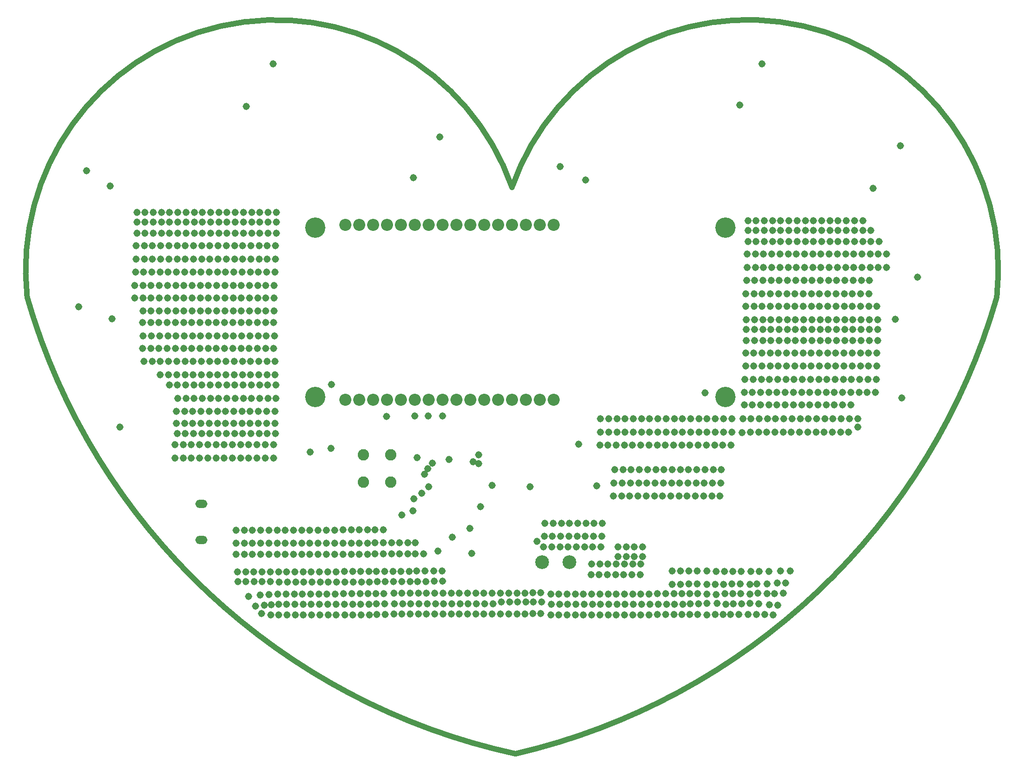
<source format=gbr>
%TF.GenerationSoftware,Altium Limited,Altium Designer,24.6.1 (21)*%
G04 Layer_Physical_Order=3*
G04 Layer_Color=128*
%FSLAX45Y45*%
%MOMM*%
%TF.SameCoordinates,D6E34864-ACFE-43FA-A01B-F9739AC3D18D*%
%TF.FilePolarity,Negative*%
%TF.FileFunction,Copper,L3,Inr,Plane*%
%TF.Part,Single*%
G01*
G75*
%TA.AperFunction,NonConductor*%
%ADD43C,1.01600*%
%TA.AperFunction,ComponentPad*%
%ADD44C,3.71600*%
%ADD45C,2.21600*%
%ADD46O,2.21600X1.51600*%
%ADD47C,2.08280*%
%ADD48C,2.51600*%
%TA.AperFunction,ViaPad*%
%ADD49C,1.31600*%
D43*
X-64290Y10362410D02*
G03*
X-8932157Y8353912I-4319270J-1510509D01*
G01*
X8801962Y8355619D02*
G03*
X-65904Y10364117I-4548597J497989D01*
G01*
X-790Y-790D02*
G03*
X8801962Y8355619I-2699728J11658602D01*
G01*
X-8932157Y8353912D02*
G03*
X-790Y-790I11463346J3303310D01*
G01*
X-65905Y10364117D02*
X-64290Y10362410D01*
D44*
X3834610Y9627010D02*
D03*
X-3665390D02*
D03*
X3834610Y6527010D02*
D03*
X-3665390D02*
D03*
D45*
X694610Y6477010D02*
D03*
X440610D02*
D03*
X186610D02*
D03*
X-67390D02*
D03*
X-321390D02*
D03*
X-575390D02*
D03*
X-829390D02*
D03*
X-1083390D02*
D03*
X-1337390D02*
D03*
X-1591390D02*
D03*
X-1845390D02*
D03*
X-2099390D02*
D03*
X-2353390D02*
D03*
X-2607390D02*
D03*
X-2861390D02*
D03*
X-3115390D02*
D03*
X694610Y9677010D02*
D03*
X440610D02*
D03*
X186610D02*
D03*
X-67390D02*
D03*
X-321390D02*
D03*
X-575390D02*
D03*
X-829390D02*
D03*
X-1083390D02*
D03*
X-1337390D02*
D03*
X-1591390D02*
D03*
X-1845390D02*
D03*
X-2099390D02*
D03*
X-2353390D02*
D03*
X-2607390D02*
D03*
X-2861390D02*
D03*
X-3115390D02*
D03*
D46*
X-5746190Y4571010D02*
D03*
Y3911010D02*
D03*
D47*
X-2786790Y4972911D02*
D03*
X-2286790D02*
D03*
Y5472910D02*
D03*
X-2786790D02*
D03*
D48*
X481810Y3504410D02*
D03*
X981810D02*
D03*
D49*
X-1713825Y4764748D02*
D03*
X-1856100Y4668857D02*
D03*
X-431800Y4914900D02*
D03*
X-802790Y3664767D02*
D03*
X393700Y3886200D02*
D03*
X-1423190Y3707610D02*
D03*
X-2083590Y4368010D02*
D03*
X2023847Y3610428D02*
D03*
X2173847D02*
D03*
X2323847D02*
D03*
X1869959Y3609972D02*
D03*
Y3787772D02*
D03*
X2323847Y3788228D02*
D03*
X2173847D02*
D03*
X2023847D02*
D03*
X2279179Y3278421D02*
D03*
X2129179D02*
D03*
X1979179D02*
D03*
X1829179D02*
D03*
X1679179D02*
D03*
X1529179D02*
D03*
X1379179D02*
D03*
X1391879Y3468921D02*
D03*
X1541879D02*
D03*
X1691879D02*
D03*
X1841879D02*
D03*
X1991879D02*
D03*
X2141879D02*
D03*
X2291879D02*
D03*
X512173Y3787776D02*
D03*
X662173D02*
D03*
X812173D02*
D03*
X962173D02*
D03*
X1112173D02*
D03*
X1262173D02*
D03*
X1412173D02*
D03*
X1562173D02*
D03*
X524873Y3978276D02*
D03*
X674873D02*
D03*
X824873D02*
D03*
X974873D02*
D03*
X1124873D02*
D03*
X1274873D02*
D03*
X1424873D02*
D03*
X1574873D02*
D03*
X537573Y4219576D02*
D03*
X687573D02*
D03*
X837573D02*
D03*
X987573D02*
D03*
X1137573D02*
D03*
X1287573D02*
D03*
X1437573D02*
D03*
X1587573D02*
D03*
X4708951Y2540619D02*
D03*
X5026451Y3340719D02*
D03*
X4797851Y2718419D02*
D03*
X4899451Y2934319D02*
D03*
X4937551Y3124819D02*
D03*
X4456344Y3338381D02*
D03*
X4637456Y3337926D02*
D03*
X4303701Y3336655D02*
D03*
X3972589Y3337111D02*
D03*
X4122589D02*
D03*
X3818701Y3336655D02*
D03*
X3668701D02*
D03*
X4445658Y2746678D02*
D03*
X4416835Y3109717D02*
D03*
X4597947Y3109261D02*
D03*
Y2931461D02*
D03*
X4432958Y2937178D02*
D03*
X4121254Y2930871D02*
D03*
X3971254D02*
D03*
X3670932Y2912910D02*
D03*
X3833632Y2925610D02*
D03*
X4286244Y2925154D02*
D03*
Y3102954D02*
D03*
X3955132Y3103410D02*
D03*
X4105132D02*
D03*
X3801244Y3102954D02*
D03*
X3651244D02*
D03*
X3846332Y2735110D02*
D03*
X3683632Y2747810D02*
D03*
X3983954Y2740371D02*
D03*
X4133954D02*
D03*
X4288732Y2750312D02*
D03*
X3501332D02*
D03*
X4847532Y3343308D02*
D03*
X4787110Y3123410D02*
D03*
X4736310Y2932910D02*
D03*
X4644332Y2724912D02*
D03*
X4555432Y2547112D02*
D03*
X4403032D02*
D03*
X4085642Y2552829D02*
D03*
X3935642D02*
D03*
X3648020Y2547568D02*
D03*
X3798020D02*
D03*
X4250632Y2547112D02*
D03*
X-4598190Y2717010D02*
D03*
X-4469933Y2728897D02*
D03*
X-4483333Y3148236D02*
D03*
X-4633333D02*
D03*
X-4783333D02*
D03*
X-4933333D02*
D03*
X-4508733Y2915732D02*
D03*
X-4671433Y2903032D02*
D03*
X-2393846Y2740371D02*
D03*
X-2543846D02*
D03*
X-3131468Y2735110D02*
D03*
X-2981468D02*
D03*
X-2831468D02*
D03*
X-2681468D02*
D03*
X-3285356Y2734654D02*
D03*
X-3435356D02*
D03*
X-3585356D02*
D03*
X-3735356D02*
D03*
X-3885356D02*
D03*
X-4035356D02*
D03*
X-4185356D02*
D03*
X-4335356D02*
D03*
X476354Y2778471D02*
D03*
X326354D02*
D03*
X-261268Y2773210D02*
D03*
X-111268D02*
D03*
X38732D02*
D03*
X188732D02*
D03*
X-415156Y2747354D02*
D03*
X-565156D02*
D03*
X-715156D02*
D03*
X-865156D02*
D03*
X-1015156D02*
D03*
X-1165156D02*
D03*
X-1315156D02*
D03*
X-1465156D02*
D03*
X-1615156D02*
D03*
X-1765156D02*
D03*
X-1915156D02*
D03*
X-2065156D02*
D03*
X-2215156D02*
D03*
X3346554Y2740371D02*
D03*
X3196554D02*
D03*
X2608932Y2735110D02*
D03*
X2758932D02*
D03*
X2908932D02*
D03*
X3058932D02*
D03*
X2455044Y2734654D02*
D03*
X2305044D02*
D03*
X2155044D02*
D03*
X2005044D02*
D03*
X1855044D02*
D03*
X1705044D02*
D03*
X1555044D02*
D03*
X1405044D02*
D03*
X1255044D02*
D03*
X1105044D02*
D03*
X955044D02*
D03*
X805044D02*
D03*
X655044D02*
D03*
X-4476202Y2539414D02*
D03*
X-4641302Y2564814D02*
D03*
X-4755602Y2704514D02*
D03*
X-4882602Y2882314D02*
D03*
X-5077006Y3149014D02*
D03*
X-1483526Y3156843D02*
D03*
X-1333526D02*
D03*
X-1496226Y3347343D02*
D03*
X-1346226D02*
D03*
X-1969429Y3858936D02*
D03*
X-2119429D02*
D03*
X-2269429D02*
D03*
X-1831807Y3864197D02*
D03*
X-1681807Y3660997D02*
D03*
X-1831807D02*
D03*
X-1656407Y3343497D02*
D03*
X-1806407D02*
D03*
X-2244029Y3338236D02*
D03*
X-2094029D02*
D03*
X-1944029D02*
D03*
X-2269429Y3655736D02*
D03*
X-2119429D02*
D03*
X-1969429D02*
D03*
X-1643707Y3152997D02*
D03*
X-1793707D02*
D03*
X-2231329Y3147736D02*
D03*
X-2081329D02*
D03*
X-1931329D02*
D03*
X-2387781Y2547815D02*
D03*
X-2537781D02*
D03*
X-3125404Y2542553D02*
D03*
X-2975404D02*
D03*
X-2825404D02*
D03*
X-2675404D02*
D03*
X-3279292Y2542098D02*
D03*
X-3429292D02*
D03*
X-3579292D02*
D03*
X-3729292D02*
D03*
X-3879292D02*
D03*
X-4029292D02*
D03*
X-4179292D02*
D03*
X-4329292D02*
D03*
X2863844Y3102954D02*
D03*
X3013844D02*
D03*
X2863844Y3344254D02*
D03*
X3013844D02*
D03*
X3317732Y3344710D02*
D03*
X3167732D02*
D03*
X3317732Y3103410D02*
D03*
X3167732D02*
D03*
X3498844Y3344254D02*
D03*
Y3102954D02*
D03*
Y2925154D02*
D03*
Y2544154D02*
D03*
X642344D02*
D03*
X792344D02*
D03*
X942344D02*
D03*
X1092344D02*
D03*
X1242344D02*
D03*
X1392344D02*
D03*
X1542344D02*
D03*
X1692344D02*
D03*
X1842344D02*
D03*
X1992344D02*
D03*
X2142344D02*
D03*
X2292344D02*
D03*
X2442344D02*
D03*
X642344Y2925154D02*
D03*
X792344D02*
D03*
X942344D02*
D03*
X1092344D02*
D03*
X1242344D02*
D03*
X1392344D02*
D03*
X1542344D02*
D03*
X1692344D02*
D03*
X1842344D02*
D03*
X1992344D02*
D03*
X2142344D02*
D03*
X2292344D02*
D03*
X2442344D02*
D03*
X3046232Y2925610D02*
D03*
X2896232D02*
D03*
X2746232D02*
D03*
X2596232D02*
D03*
X3046232Y2544610D02*
D03*
X2896232D02*
D03*
X2746232D02*
D03*
X2596232D02*
D03*
X3183854Y2549871D02*
D03*
X3333854D02*
D03*
X3183854Y2930871D02*
D03*
X3333854D02*
D03*
X-2227856Y2556854D02*
D03*
X-2077856D02*
D03*
X-1927856D02*
D03*
X-1777856D02*
D03*
X-1627856D02*
D03*
X-1477856D02*
D03*
X-1327856D02*
D03*
X-1177856D02*
D03*
X-1027856D02*
D03*
X-877856D02*
D03*
X-727856D02*
D03*
X-577856D02*
D03*
X-427856D02*
D03*
X-2227856Y2937854D02*
D03*
X-2077856D02*
D03*
X-1927856D02*
D03*
X-1777856D02*
D03*
X-1627856D02*
D03*
X-1477856D02*
D03*
X-1327856D02*
D03*
X-1177856D02*
D03*
X-1027856D02*
D03*
X-877856D02*
D03*
X-727856D02*
D03*
X-577856D02*
D03*
X-427856D02*
D03*
X176032Y2938310D02*
D03*
X26032D02*
D03*
X-123968D02*
D03*
X-273968D02*
D03*
X176032Y2557310D02*
D03*
X26032D02*
D03*
X-123968D02*
D03*
X-273968D02*
D03*
X313654Y2562571D02*
D03*
X463654D02*
D03*
X313654Y2943571D02*
D03*
X463654D02*
D03*
X-4348056Y2925154D02*
D03*
X-4198056D02*
D03*
X-4048056D02*
D03*
X-3898056D02*
D03*
X-3748056D02*
D03*
X-3598056D02*
D03*
X-3448056D02*
D03*
X-3298056D02*
D03*
X-4322656Y3141054D02*
D03*
X-4172656D02*
D03*
X-4022656D02*
D03*
X-3872656D02*
D03*
X-3722656D02*
D03*
X-3572656D02*
D03*
X-3422656D02*
D03*
X-3272656D02*
D03*
X-2668768Y3141510D02*
D03*
X-2818768D02*
D03*
X-2968768D02*
D03*
X-3118768D02*
D03*
X-2694168Y2925610D02*
D03*
X-2844168D02*
D03*
X-2994168D02*
D03*
X-3144168D02*
D03*
X-2556546Y2930871D02*
D03*
X-2406546D02*
D03*
X-2531146Y3146771D02*
D03*
X-2381146D02*
D03*
X-5085356Y3331554D02*
D03*
X-4935356D02*
D03*
X-4785356D02*
D03*
X-4635356D02*
D03*
X-4485356D02*
D03*
X-4335356D02*
D03*
X-4185356D02*
D03*
X-4035356D02*
D03*
X-3885356D02*
D03*
X-3735356D02*
D03*
X-3585356D02*
D03*
X-3435356D02*
D03*
X-3285356D02*
D03*
X-5110756Y3649054D02*
D03*
X-4960756D02*
D03*
X-4810756D02*
D03*
X-4660756D02*
D03*
X-4510756D02*
D03*
X-4360756D02*
D03*
X-4210756D02*
D03*
X-4060756D02*
D03*
X-3910756D02*
D03*
X-3760756D02*
D03*
X-3610756D02*
D03*
X-3460756D02*
D03*
X-3310756D02*
D03*
X-2706868Y3649510D02*
D03*
X-2856868D02*
D03*
X-3006868D02*
D03*
X-3156868D02*
D03*
X-2681468Y3332010D02*
D03*
X-2831468D02*
D03*
X-2981468D02*
D03*
X-3131468D02*
D03*
X-2543846Y3337271D02*
D03*
X-2393846D02*
D03*
X-2569246Y3654771D02*
D03*
X-2419246D02*
D03*
Y4099271D02*
D03*
X-2569246D02*
D03*
X-2419246Y3857971D02*
D03*
X-2569246D02*
D03*
X-3156868Y3852710D02*
D03*
X-3006868D02*
D03*
X-2856868D02*
D03*
X-2706868D02*
D03*
X-3156868Y4094010D02*
D03*
X-3006868D02*
D03*
X-2856868D02*
D03*
X-2706868D02*
D03*
X-3310756Y4093554D02*
D03*
X-3460756D02*
D03*
X-3610756D02*
D03*
X-3760756D02*
D03*
X-3910756D02*
D03*
X-4060756D02*
D03*
X-4210756D02*
D03*
X-4360756D02*
D03*
X-4510756D02*
D03*
X-4660756D02*
D03*
X-4810756D02*
D03*
X-4960756D02*
D03*
X-5110756D02*
D03*
X-3310756Y3852254D02*
D03*
X-3460756D02*
D03*
X-3610756D02*
D03*
X-3760756D02*
D03*
X-3910756D02*
D03*
X-4060756D02*
D03*
X-4210756D02*
D03*
X-4360756D02*
D03*
X-4510756D02*
D03*
X-4660756D02*
D03*
X-4810756D02*
D03*
X-4960756D02*
D03*
X-5110756D02*
D03*
X4293776Y5886029D02*
D03*
X4443776D02*
D03*
X4593776D02*
D03*
X4743776D02*
D03*
X4893776D02*
D03*
X5043776D02*
D03*
X5193776D02*
D03*
X5343776D02*
D03*
X5493776D02*
D03*
X5643776D02*
D03*
X5793776D02*
D03*
X5943776D02*
D03*
X6093776D02*
D03*
X4156476Y6127329D02*
D03*
X4306476D02*
D03*
X4456476D02*
D03*
X4606476D02*
D03*
X4756476D02*
D03*
X4906476D02*
D03*
X5056476D02*
D03*
X5206476D02*
D03*
X5356476D02*
D03*
X5506476D02*
D03*
X5656476D02*
D03*
X5806476D02*
D03*
X5956476D02*
D03*
X6106476D02*
D03*
X6256476D02*
D03*
X4139410Y5879310D02*
D03*
X3764773Y5197476D02*
D03*
X3614773D02*
D03*
X3464773D02*
D03*
X3314773D02*
D03*
X3164773D02*
D03*
X3014773D02*
D03*
X2864773D02*
D03*
X2714773D02*
D03*
X2564773D02*
D03*
X2414773D02*
D03*
X2264773D02*
D03*
X2114773D02*
D03*
X1964773D02*
D03*
X1814773D02*
D03*
X3752073Y4956176D02*
D03*
X3602073D02*
D03*
X3452073D02*
D03*
X3302073D02*
D03*
X3152073D02*
D03*
X3002073D02*
D03*
X2852073D02*
D03*
X2702073D02*
D03*
X2552073D02*
D03*
X2402073D02*
D03*
X2252073D02*
D03*
X2102073D02*
D03*
X1952073D02*
D03*
X1802073D02*
D03*
X3739373Y4714876D02*
D03*
X3589373D02*
D03*
X3439373D02*
D03*
X3289373D02*
D03*
X3139373D02*
D03*
X2989373D02*
D03*
X2839373D02*
D03*
X2689373D02*
D03*
X2539373D02*
D03*
X2389373D02*
D03*
X2239373D02*
D03*
X2089373D02*
D03*
X1939373D02*
D03*
X1789373D02*
D03*
X1540276Y5644729D02*
D03*
X1690276D02*
D03*
X1840276D02*
D03*
X1990276D02*
D03*
X2140276D02*
D03*
X2290276D02*
D03*
X2440276D02*
D03*
X2590276D02*
D03*
X2740276D02*
D03*
X2890276D02*
D03*
X3040276D02*
D03*
X3190276D02*
D03*
X3340276D02*
D03*
X3490276D02*
D03*
X3640276D02*
D03*
X3790276D02*
D03*
X3940276D02*
D03*
X1552976Y5886029D02*
D03*
X1702976D02*
D03*
X1852976D02*
D03*
X2002976D02*
D03*
X2152976D02*
D03*
X2302976D02*
D03*
X2452976D02*
D03*
X2602976D02*
D03*
X2752976D02*
D03*
X2902976D02*
D03*
X3052976D02*
D03*
X3202976D02*
D03*
X3352976D02*
D03*
X3502976D02*
D03*
X3652976D02*
D03*
X3802976D02*
D03*
X3952976D02*
D03*
X1552976Y6127329D02*
D03*
X1702976D02*
D03*
X1852976D02*
D03*
X2002976D02*
D03*
X2152976D02*
D03*
X2302976D02*
D03*
X2452976D02*
D03*
X2602976D02*
D03*
X2752976D02*
D03*
X2902976D02*
D03*
X3052976D02*
D03*
X3202976D02*
D03*
X3352976D02*
D03*
X3502976D02*
D03*
X3652976D02*
D03*
X3802976D02*
D03*
X3952976D02*
D03*
X4219976Y7943429D02*
D03*
X4369976D02*
D03*
X4519976D02*
D03*
X4669976D02*
D03*
X4819976D02*
D03*
X4969976D02*
D03*
X5119976D02*
D03*
X5269976D02*
D03*
X5419976D02*
D03*
X5569976D02*
D03*
X5719976D02*
D03*
X5869976D02*
D03*
X6019976D02*
D03*
X6169976D02*
D03*
X6319976D02*
D03*
X6469976D02*
D03*
X6619976D02*
D03*
Y7765629D02*
D03*
X6469976D02*
D03*
X6319976D02*
D03*
X6169976D02*
D03*
X6019976D02*
D03*
X5869976D02*
D03*
X5719976D02*
D03*
X5569976D02*
D03*
X5419976D02*
D03*
X5269976D02*
D03*
X5119976D02*
D03*
X4969976D02*
D03*
X4819976D02*
D03*
X4669976D02*
D03*
X4519976D02*
D03*
X4369976D02*
D03*
X4219976D02*
D03*
X6619976Y7562429D02*
D03*
X6469976D02*
D03*
X6319976D02*
D03*
X6169976D02*
D03*
X6019976D02*
D03*
X5869976D02*
D03*
X5719976D02*
D03*
X5569976D02*
D03*
X5419976D02*
D03*
X5269976D02*
D03*
X5119976D02*
D03*
X4969976D02*
D03*
X4819976D02*
D03*
X4669976D02*
D03*
X4519976D02*
D03*
X4369976D02*
D03*
X4219976D02*
D03*
X6607276Y7333829D02*
D03*
X6457276D02*
D03*
X6307276D02*
D03*
X6157276D02*
D03*
X6007276D02*
D03*
X5857276D02*
D03*
X5707276D02*
D03*
X5557276D02*
D03*
X5407276D02*
D03*
X5257276D02*
D03*
X5107276D02*
D03*
X4957276D02*
D03*
X4807276D02*
D03*
X4657276D02*
D03*
X4507276D02*
D03*
X4357276D02*
D03*
X4207276D02*
D03*
X6607276Y7092529D02*
D03*
X6457276D02*
D03*
X6307276D02*
D03*
X6157276D02*
D03*
X6007276D02*
D03*
X5857276D02*
D03*
X5707276D02*
D03*
X5557276D02*
D03*
X5407276D02*
D03*
X5257276D02*
D03*
X5107276D02*
D03*
X4957276D02*
D03*
X4807276D02*
D03*
X4657276D02*
D03*
X4507276D02*
D03*
X4357276D02*
D03*
X4207276D02*
D03*
X6594576Y6851229D02*
D03*
X6444576D02*
D03*
X6294576D02*
D03*
X6144576D02*
D03*
X5994576D02*
D03*
X5844576D02*
D03*
X5694576D02*
D03*
X5544576D02*
D03*
X5394576D02*
D03*
X5244576D02*
D03*
X5094576D02*
D03*
X4944576D02*
D03*
X4794576D02*
D03*
X4644576D02*
D03*
X4494576D02*
D03*
X4344576D02*
D03*
X4194576D02*
D03*
X6581876Y6609929D02*
D03*
X6431876D02*
D03*
X6281876D02*
D03*
X6131876D02*
D03*
X5981876D02*
D03*
X5831876D02*
D03*
X5681876D02*
D03*
X5531876D02*
D03*
X5381876D02*
D03*
X5231876D02*
D03*
X5081876D02*
D03*
X4931876D02*
D03*
X4781876D02*
D03*
X4631876D02*
D03*
X4481876D02*
D03*
X4331876D02*
D03*
X4181876D02*
D03*
X6131876Y6381329D02*
D03*
X5981876D02*
D03*
X5831876D02*
D03*
X5681876D02*
D03*
X5531876D02*
D03*
X5381876D02*
D03*
X5231876D02*
D03*
X5081876D02*
D03*
X4931876D02*
D03*
X4781876D02*
D03*
X4631876D02*
D03*
X4481876D02*
D03*
X4331876D02*
D03*
X4181876D02*
D03*
X4249210Y9752810D02*
D03*
X4399210D02*
D03*
X4549210D02*
D03*
X4699210D02*
D03*
X4849210D02*
D03*
X4999210D02*
D03*
X5149210D02*
D03*
X5299210D02*
D03*
X5449210D02*
D03*
X5599210D02*
D03*
X5749210D02*
D03*
X5899210D02*
D03*
X6049210D02*
D03*
X6199210D02*
D03*
X6349210D02*
D03*
X6499210Y9575010D02*
D03*
X6349210D02*
D03*
X6199210D02*
D03*
X6049210D02*
D03*
X5899210D02*
D03*
X5749210D02*
D03*
X5599210D02*
D03*
X5449210D02*
D03*
X5299210D02*
D03*
X5149210D02*
D03*
X4999210D02*
D03*
X4849210D02*
D03*
X4699210D02*
D03*
X4549210D02*
D03*
X4399210D02*
D03*
X4249210D02*
D03*
X6649210Y9371810D02*
D03*
X6499210D02*
D03*
X6349210D02*
D03*
X6199210D02*
D03*
X6049210D02*
D03*
X5899210D02*
D03*
X5749210D02*
D03*
X5599210D02*
D03*
X5449210D02*
D03*
X5299210D02*
D03*
X5149210D02*
D03*
X4999210D02*
D03*
X4849210D02*
D03*
X4699210D02*
D03*
X4549210D02*
D03*
X4399210D02*
D03*
X4249210D02*
D03*
X6786510Y9143210D02*
D03*
X6636510D02*
D03*
X6486510D02*
D03*
X6336510D02*
D03*
X6186510D02*
D03*
X6036510D02*
D03*
X5886510D02*
D03*
X5736510D02*
D03*
X5586510D02*
D03*
X5436510D02*
D03*
X5286510D02*
D03*
X5136510D02*
D03*
X4986510D02*
D03*
X4836510D02*
D03*
X4686510D02*
D03*
X4536510D02*
D03*
X4386510D02*
D03*
X4236510D02*
D03*
X6786510Y8901910D02*
D03*
X6636510D02*
D03*
X6486510D02*
D03*
X6336510D02*
D03*
X6186510D02*
D03*
X6036510D02*
D03*
X5886510D02*
D03*
X5736510D02*
D03*
X5586510D02*
D03*
X5436510D02*
D03*
X5286510D02*
D03*
X5136510D02*
D03*
X4986510D02*
D03*
X4836510D02*
D03*
X4686510D02*
D03*
X4536510D02*
D03*
X4386510D02*
D03*
X4236510D02*
D03*
X6473810Y8660610D02*
D03*
X6323810D02*
D03*
X6173810D02*
D03*
X6023810D02*
D03*
X5873810D02*
D03*
X5723810D02*
D03*
X5573810D02*
D03*
X5423810D02*
D03*
X5273810D02*
D03*
X5123810D02*
D03*
X4973810D02*
D03*
X4823810D02*
D03*
X4673810D02*
D03*
X4523810D02*
D03*
X4373810D02*
D03*
X4223810D02*
D03*
X6461110Y8419310D02*
D03*
X6311110D02*
D03*
X6161110D02*
D03*
X6011110D02*
D03*
X5861110D02*
D03*
X5711110D02*
D03*
X5561110D02*
D03*
X5411110D02*
D03*
X5261110D02*
D03*
X5111110D02*
D03*
X4961110D02*
D03*
X4811110D02*
D03*
X4661110D02*
D03*
X4511110D02*
D03*
X4361110D02*
D03*
X4211110D02*
D03*
X6611110Y8190710D02*
D03*
X6461110D02*
D03*
X6311110D02*
D03*
X6161110D02*
D03*
X6011110D02*
D03*
X5861110D02*
D03*
X5711110D02*
D03*
X5561110D02*
D03*
X5411110D02*
D03*
X5261110D02*
D03*
X5111110D02*
D03*
X4961110D02*
D03*
X4811110D02*
D03*
X4661110D02*
D03*
X4511110D02*
D03*
X4361110D02*
D03*
X4211110D02*
D03*
X-6228356Y5414354D02*
D03*
X-6078356D02*
D03*
X-5928356D02*
D03*
X-5778356D02*
D03*
X-5628356D02*
D03*
X-5478356D02*
D03*
X-5328356D02*
D03*
X-5178356D02*
D03*
X-5028356D02*
D03*
X-4878356D02*
D03*
X-4728356D02*
D03*
X-4578356D02*
D03*
X-4428356D02*
D03*
X-6228356Y5655654D02*
D03*
X-6078356D02*
D03*
X-5928356D02*
D03*
X-5778356D02*
D03*
X-5628356D02*
D03*
X-5478356D02*
D03*
X-5328356D02*
D03*
X-5178356D02*
D03*
X-5028356D02*
D03*
X-4878356D02*
D03*
X-4728356D02*
D03*
X-4578356D02*
D03*
X-4428356D02*
D03*
X-6190256Y5858854D02*
D03*
X-6040256D02*
D03*
X-5890256D02*
D03*
X-5740256D02*
D03*
X-5590256D02*
D03*
X-5440256D02*
D03*
X-5290256D02*
D03*
X-5140256D02*
D03*
X-4990256D02*
D03*
X-4840256D02*
D03*
X-4690256D02*
D03*
X-4540256D02*
D03*
X-4390256D02*
D03*
X-6202956Y6049354D02*
D03*
X-6052956D02*
D03*
X-5902956D02*
D03*
X-5752956D02*
D03*
X-5602956D02*
D03*
X-5452956D02*
D03*
X-5302956D02*
D03*
X-5152956D02*
D03*
X-5002956D02*
D03*
X-4852956D02*
D03*
X-4702956D02*
D03*
X-4552956D02*
D03*
X-4402956D02*
D03*
X-6202956Y6265254D02*
D03*
X-6052956D02*
D03*
X-5902956D02*
D03*
X-5752956D02*
D03*
X-5602956D02*
D03*
X-5452956D02*
D03*
X-5302956D02*
D03*
X-5152956D02*
D03*
X-5002956D02*
D03*
X-4852956D02*
D03*
X-4702956D02*
D03*
X-4552956D02*
D03*
X-4402956D02*
D03*
X-4378758Y6504949D02*
D03*
X-4528758D02*
D03*
X-4678758D02*
D03*
X-4828758D02*
D03*
X-4978758D02*
D03*
X-5128758D02*
D03*
X-5278758D02*
D03*
X-5428758D02*
D03*
X-5578758D02*
D03*
X-5728758D02*
D03*
X-5878758D02*
D03*
X-6028758D02*
D03*
X-6178758D02*
D03*
X-6333307Y6746827D02*
D03*
X-6183307D02*
D03*
X-6033307D02*
D03*
X-5883307D02*
D03*
X-5733307D02*
D03*
X-5583307D02*
D03*
X-5433307D02*
D03*
X-5283307D02*
D03*
X-5133307D02*
D03*
X-4983307D02*
D03*
X-4833307D02*
D03*
X-4683307D02*
D03*
X-4533307D02*
D03*
X-4383307D02*
D03*
X-4396007Y6937327D02*
D03*
X-4546007D02*
D03*
X-4696007D02*
D03*
X-4846007D02*
D03*
X-4996007D02*
D03*
X-5146007D02*
D03*
X-5296007D02*
D03*
X-5446007D02*
D03*
X-5596007D02*
D03*
X-5746007D02*
D03*
X-5896007D02*
D03*
X-6046007D02*
D03*
X-6196007D02*
D03*
X-6346007D02*
D03*
X-6496007D02*
D03*
X-4396007Y7178627D02*
D03*
X-4546007D02*
D03*
X-4696007D02*
D03*
X-4846007D02*
D03*
X-4996007D02*
D03*
X-5146007D02*
D03*
X-5296007D02*
D03*
X-5446007D02*
D03*
X-5596007D02*
D03*
X-5746007D02*
D03*
X-5896007D02*
D03*
X-6046007D02*
D03*
X-6196007D02*
D03*
X-6346007D02*
D03*
X-6496007D02*
D03*
X-6646007D02*
D03*
X-6796007D02*
D03*
X-4421407Y7419927D02*
D03*
X-4571407D02*
D03*
X-4721407D02*
D03*
X-4871407D02*
D03*
X-5021407D02*
D03*
X-5171407D02*
D03*
X-5321407D02*
D03*
X-5471407D02*
D03*
X-5621407D02*
D03*
X-5771407D02*
D03*
X-5921407D02*
D03*
X-6071407D02*
D03*
X-6221407D02*
D03*
X-6371407D02*
D03*
X-6521407D02*
D03*
X-6671407D02*
D03*
X-6821407D02*
D03*
X-4408707Y7648527D02*
D03*
X-4558707D02*
D03*
X-4708707D02*
D03*
X-4858707D02*
D03*
X-5008707D02*
D03*
X-5158707D02*
D03*
X-5308707D02*
D03*
X-5458707D02*
D03*
X-5608707D02*
D03*
X-5758707D02*
D03*
X-5908707D02*
D03*
X-6058707D02*
D03*
X-6208707D02*
D03*
X-6358707D02*
D03*
X-6508707D02*
D03*
X-6658707D02*
D03*
X-6808707D02*
D03*
X-4421407Y7889827D02*
D03*
X-4571407D02*
D03*
X-4721407D02*
D03*
X-4871407D02*
D03*
X-5021407D02*
D03*
X-5171407D02*
D03*
X-5321407D02*
D03*
X-5471407D02*
D03*
X-5621407D02*
D03*
X-5771407D02*
D03*
X-5921407D02*
D03*
X-6071407D02*
D03*
X-6221407D02*
D03*
X-6371407D02*
D03*
X-6521407D02*
D03*
X-6671407D02*
D03*
X-6821407D02*
D03*
X-6814890Y8101810D02*
D03*
X-6664890D02*
D03*
X-6514890D02*
D03*
X-6364890D02*
D03*
X-6214890D02*
D03*
X-6064890D02*
D03*
X-5914890D02*
D03*
X-5764890D02*
D03*
X-5614890D02*
D03*
X-5464890D02*
D03*
X-5314890D02*
D03*
X-5164890D02*
D03*
X-5014890D02*
D03*
X-4864890D02*
D03*
X-4714890D02*
D03*
X-4564890D02*
D03*
X-4414890D02*
D03*
X-6964890Y8343110D02*
D03*
X-6814890D02*
D03*
X-6664890D02*
D03*
X-6514890D02*
D03*
X-6364890D02*
D03*
X-6214890D02*
D03*
X-6064890D02*
D03*
X-5914890D02*
D03*
X-5764890D02*
D03*
X-5614890D02*
D03*
X-5464890D02*
D03*
X-5314890D02*
D03*
X-5164890D02*
D03*
X-5014890D02*
D03*
X-4864890D02*
D03*
X-4714890D02*
D03*
X-4564890D02*
D03*
X-4414890D02*
D03*
X-6964890Y8571710D02*
D03*
X-6814890D02*
D03*
X-6664890D02*
D03*
X-6514890D02*
D03*
X-6364890D02*
D03*
X-6214890D02*
D03*
X-6064890D02*
D03*
X-5914890D02*
D03*
X-5764890D02*
D03*
X-5614890D02*
D03*
X-5464890D02*
D03*
X-5314890D02*
D03*
X-5164890D02*
D03*
X-5014890D02*
D03*
X-4864890D02*
D03*
X-4714890D02*
D03*
X-4564890D02*
D03*
X-4414890D02*
D03*
X-6952190Y8813010D02*
D03*
X-6802190D02*
D03*
X-6652190D02*
D03*
X-6502190D02*
D03*
X-6352190D02*
D03*
X-6202190D02*
D03*
X-6052190D02*
D03*
X-5902190D02*
D03*
X-5752190D02*
D03*
X-5602190D02*
D03*
X-5452190D02*
D03*
X-5302190D02*
D03*
X-5152190D02*
D03*
X-5002190D02*
D03*
X-4852190D02*
D03*
X-4702190D02*
D03*
X-4552190D02*
D03*
X-4402190D02*
D03*
X-6939490Y9054310D02*
D03*
X-6789490D02*
D03*
X-6639490D02*
D03*
X-6489490D02*
D03*
X-6339490D02*
D03*
X-6189490D02*
D03*
X-6039490D02*
D03*
X-5889490D02*
D03*
X-5739490D02*
D03*
X-5589490D02*
D03*
X-5439490D02*
D03*
X-5289490D02*
D03*
X-5139490D02*
D03*
X-4989490D02*
D03*
X-4839490D02*
D03*
X-4689490D02*
D03*
X-4539490D02*
D03*
X-4389490D02*
D03*
X-6939490Y9295610D02*
D03*
X-6789490D02*
D03*
X-6639490D02*
D03*
X-6489490D02*
D03*
X-6339490D02*
D03*
X-6189490D02*
D03*
X-6039490D02*
D03*
X-5889490D02*
D03*
X-5739490D02*
D03*
X-5589490D02*
D03*
X-5439490D02*
D03*
X-5289490D02*
D03*
X-5139490D02*
D03*
X-4989490D02*
D03*
X-4839490D02*
D03*
X-4689490D02*
D03*
X-4539490D02*
D03*
X-4389490D02*
D03*
X-6926790Y9524210D02*
D03*
X-6776790D02*
D03*
X-6626790D02*
D03*
X-6476790D02*
D03*
X-6326790D02*
D03*
X-6176790D02*
D03*
X-6026790D02*
D03*
X-5876790D02*
D03*
X-5726790D02*
D03*
X-5576790D02*
D03*
X-5426790D02*
D03*
X-5276790D02*
D03*
X-5126790D02*
D03*
X-4976790D02*
D03*
X-4826790D02*
D03*
X-4676790D02*
D03*
X-4526790D02*
D03*
X-4376790D02*
D03*
X-6926790Y9727410D02*
D03*
X-6776790D02*
D03*
X-6626790D02*
D03*
X-6476790D02*
D03*
X-6326790D02*
D03*
X-6176790D02*
D03*
X-6026790D02*
D03*
X-5876790D02*
D03*
X-5726790D02*
D03*
X-5576790D02*
D03*
X-5426790D02*
D03*
X-5276790D02*
D03*
X-5126790D02*
D03*
X-4976790D02*
D03*
X-4826790D02*
D03*
X-4676790D02*
D03*
X-4526790D02*
D03*
X-4376790D02*
D03*
Y9905210D02*
D03*
X-4526790D02*
D03*
X-4676790D02*
D03*
X-4826790D02*
D03*
X-4976790D02*
D03*
X-5126790D02*
D03*
X-5276790D02*
D03*
X-5426790D02*
D03*
X-5576790D02*
D03*
X-5726790D02*
D03*
X-5876790D02*
D03*
X-6026790D02*
D03*
X-6176790D02*
D03*
X-6326790D02*
D03*
X-6476790D02*
D03*
X-6626790D02*
D03*
X-6776790D02*
D03*
X-6926790D02*
D03*
X-838649Y4122521D02*
D03*
X-1155700Y3959450D02*
D03*
X1154910Y5663410D02*
D03*
X-1605080Y5214820D02*
D03*
X-1524790Y5320510D02*
D03*
X-1216314Y5384010D02*
D03*
X-1664490Y5117310D02*
D03*
X-775490Y5345910D02*
D03*
X-3378990Y5587210D02*
D03*
X-7417590Y10387810D02*
D03*
X-1600990Y6184110D02*
D03*
X-1842290D02*
D03*
X265910Y4888710D02*
D03*
X-638740Y4523361D02*
D03*
X-1879600Y4445000D02*
D03*
X-1588290Y4888710D02*
D03*
X1485110Y4901410D02*
D03*
X6260310Y5980910D02*
D03*
X3466310Y6603210D02*
D03*
X-3366290Y6755610D02*
D03*
X7060410Y6514310D02*
D03*
X-3759200Y5524500D02*
D03*
X-7239790Y5980910D02*
D03*
X1281910Y10502110D02*
D03*
X-7379490Y7962110D02*
D03*
X-7989090Y8178010D02*
D03*
X-7849390Y10667210D02*
D03*
X-4433090Y12623010D02*
D03*
X-4928390Y11848310D02*
D03*
X-1385090Y11289510D02*
D03*
X-1867690Y10540210D02*
D03*
X812010Y10743410D02*
D03*
X4507710Y12623010D02*
D03*
X4101310Y11873710D02*
D03*
X7035010Y11124410D02*
D03*
X6539710Y10349710D02*
D03*
X7352510Y8724110D02*
D03*
X6946110Y7949410D02*
D03*
X-1804190Y5422110D02*
D03*
X-2362990Y6171410D02*
D03*
X-673890Y5472910D02*
D03*
Y5307810D02*
D03*
X-1334290Y6184110D02*
D03*
%TF.MD5,5f69862e3ef2e475e01102477746a7db*%
M02*

</source>
